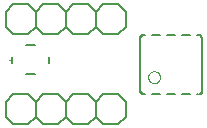
<source format=gbr>
G04 EAGLE Gerber RS-274X export*
G75*
%MOMM*%
%FSLAX34Y34*%
%LPD*%
%INSilkscreen Top*%
%IPPOS*%
%AMOC8*
5,1,8,0,0,1.08239X$1,22.5*%
G01*
%ADD10C,0.152400*%
%ADD11C,0.000000*%
%ADD12C,0.127000*%
%ADD13C,0.015238*%
%ADD14C,0.050800*%


D10*
X61100Y34650D02*
X67450Y41000D01*
X80150Y41000D01*
X86500Y34650D01*
X86500Y21950D01*
X80150Y15600D01*
X67450Y15600D01*
X61100Y21950D01*
X29350Y41000D02*
X16650Y41000D01*
X29350Y41000D02*
X35700Y34650D01*
X35700Y21950D01*
X29350Y15600D01*
X35700Y34650D02*
X42050Y41000D01*
X54750Y41000D01*
X61100Y34650D01*
X61100Y21950D01*
X54750Y15600D01*
X42050Y15600D01*
X35700Y21950D01*
X10300Y21950D02*
X10300Y34650D01*
X16650Y41000D01*
X10300Y21950D02*
X16650Y15600D01*
X29350Y15600D01*
X92850Y41000D02*
X105550Y41000D01*
X111900Y34650D01*
X111900Y21950D01*
X105550Y15600D01*
X86500Y34650D02*
X92850Y41000D01*
X86500Y21950D02*
X92850Y15600D01*
X105550Y15600D01*
X61100Y110850D02*
X67450Y117200D01*
X80150Y117200D01*
X86500Y110850D01*
X86500Y98150D01*
X80150Y91800D01*
X67450Y91800D01*
X61100Y98150D01*
X29350Y117200D02*
X16650Y117200D01*
X29350Y117200D02*
X35700Y110850D01*
X35700Y98150D01*
X29350Y91800D01*
X35700Y110850D02*
X42050Y117200D01*
X54750Y117200D01*
X61100Y110850D01*
X61100Y98150D01*
X54750Y91800D01*
X42050Y91800D01*
X35700Y98150D01*
X10300Y98150D02*
X10300Y110850D01*
X16650Y117200D01*
X10300Y98150D02*
X16650Y91800D01*
X29350Y91800D01*
X92850Y117200D02*
X105550Y117200D01*
X111900Y110850D01*
X111900Y98150D01*
X105550Y91800D01*
X86500Y110850D02*
X92850Y117200D01*
X86500Y98150D02*
X92850Y91800D01*
X105550Y91800D01*
D11*
X15200Y70100D02*
X12700Y70100D01*
D12*
X15200Y70100D02*
X15200Y72600D01*
X15200Y70100D02*
X15200Y67600D01*
X27200Y82600D02*
X35200Y82600D01*
X47200Y72600D02*
X47200Y67600D01*
X35200Y57600D02*
X27200Y57600D01*
D13*
X126425Y92085D02*
X126425Y90712D01*
X126424Y90712D02*
X126340Y90707D01*
X126256Y90698D01*
X126173Y90684D01*
X126090Y90667D01*
X126009Y90646D01*
X125928Y90622D01*
X125849Y90593D01*
X125771Y90561D01*
X125694Y90525D01*
X125620Y90486D01*
X125547Y90444D01*
X125476Y90398D01*
X125408Y90348D01*
X125342Y90296D01*
X125278Y90241D01*
X125217Y90183D01*
X125159Y90122D01*
X125104Y90058D01*
X125052Y89992D01*
X125002Y89924D01*
X124956Y89853D01*
X124914Y89780D01*
X124875Y89706D01*
X124839Y89629D01*
X124807Y89551D01*
X124778Y89472D01*
X124754Y89391D01*
X124733Y89310D01*
X124716Y89227D01*
X124702Y89144D01*
X124693Y89060D01*
X124688Y88976D01*
X123315Y88975D01*
X123315Y88976D01*
X123319Y89086D01*
X123328Y89196D01*
X123340Y89306D01*
X123356Y89415D01*
X123376Y89523D01*
X123399Y89631D01*
X123426Y89738D01*
X123457Y89844D01*
X123492Y89949D01*
X123530Y90052D01*
X123571Y90154D01*
X123616Y90255D01*
X123665Y90354D01*
X123717Y90451D01*
X123772Y90546D01*
X123831Y90640D01*
X123893Y90731D01*
X123958Y90820D01*
X124026Y90907D01*
X124097Y90992D01*
X124171Y91074D01*
X124247Y91153D01*
X124326Y91229D01*
X124408Y91303D01*
X124493Y91374D01*
X124580Y91442D01*
X124669Y91507D01*
X124760Y91569D01*
X124854Y91628D01*
X124949Y91683D01*
X125046Y91735D01*
X125145Y91784D01*
X125246Y91829D01*
X125348Y91870D01*
X125451Y91908D01*
X125556Y91943D01*
X125662Y91974D01*
X125769Y92001D01*
X125877Y92024D01*
X125985Y92044D01*
X126094Y92060D01*
X126204Y92072D01*
X126314Y92081D01*
X126424Y92085D01*
X126424Y91942D01*
X126316Y91937D01*
X126209Y91929D01*
X126102Y91917D01*
X125996Y91901D01*
X125890Y91881D01*
X125785Y91858D01*
X125681Y91831D01*
X125578Y91800D01*
X125476Y91765D01*
X125375Y91727D01*
X125276Y91686D01*
X125178Y91641D01*
X125082Y91592D01*
X124988Y91541D01*
X124895Y91485D01*
X124805Y91427D01*
X124716Y91366D01*
X124630Y91301D01*
X124547Y91233D01*
X124465Y91163D01*
X124387Y91089D01*
X124311Y91013D01*
X124237Y90935D01*
X124167Y90853D01*
X124099Y90770D01*
X124034Y90684D01*
X123973Y90595D01*
X123915Y90505D01*
X123859Y90412D01*
X123808Y90318D01*
X123759Y90222D01*
X123714Y90124D01*
X123673Y90025D01*
X123635Y89924D01*
X123600Y89822D01*
X123569Y89719D01*
X123542Y89615D01*
X123519Y89510D01*
X123499Y89404D01*
X123483Y89298D01*
X123471Y89191D01*
X123463Y89084D01*
X123458Y88976D01*
X123601Y88976D01*
X123606Y89081D01*
X123614Y89185D01*
X123626Y89289D01*
X123642Y89393D01*
X123662Y89496D01*
X123685Y89598D01*
X123712Y89699D01*
X123743Y89800D01*
X123777Y89899D01*
X123815Y89996D01*
X123857Y90093D01*
X123901Y90188D01*
X123950Y90281D01*
X124001Y90372D01*
X124056Y90461D01*
X124114Y90549D01*
X124175Y90634D01*
X124239Y90717D01*
X124307Y90797D01*
X124377Y90875D01*
X124449Y90951D01*
X124525Y91023D01*
X124603Y91093D01*
X124683Y91161D01*
X124766Y91225D01*
X124851Y91286D01*
X124939Y91344D01*
X125028Y91399D01*
X125119Y91450D01*
X125212Y91499D01*
X125307Y91543D01*
X125404Y91585D01*
X125501Y91623D01*
X125600Y91657D01*
X125701Y91688D01*
X125802Y91715D01*
X125904Y91738D01*
X126007Y91758D01*
X126111Y91774D01*
X126215Y91786D01*
X126319Y91794D01*
X126424Y91799D01*
X126424Y91656D01*
X126320Y91651D01*
X126216Y91642D01*
X126112Y91630D01*
X126009Y91613D01*
X125906Y91592D01*
X125805Y91568D01*
X125704Y91540D01*
X125605Y91508D01*
X125507Y91472D01*
X125410Y91432D01*
X125315Y91389D01*
X125221Y91343D01*
X125130Y91292D01*
X125040Y91239D01*
X124953Y91182D01*
X124867Y91121D01*
X124784Y91058D01*
X124704Y90991D01*
X124626Y90922D01*
X124551Y90849D01*
X124478Y90774D01*
X124409Y90696D01*
X124342Y90616D01*
X124279Y90533D01*
X124218Y90447D01*
X124161Y90360D01*
X124108Y90270D01*
X124057Y90179D01*
X124011Y90085D01*
X123968Y89990D01*
X123928Y89893D01*
X123892Y89795D01*
X123860Y89696D01*
X123832Y89595D01*
X123808Y89494D01*
X123787Y89391D01*
X123770Y89288D01*
X123758Y89184D01*
X123749Y89080D01*
X123744Y88976D01*
X123887Y88976D01*
X123892Y89077D01*
X123901Y89178D01*
X123914Y89279D01*
X123930Y89379D01*
X123951Y89478D01*
X123975Y89577D01*
X124003Y89674D01*
X124035Y89770D01*
X124071Y89865D01*
X124110Y89959D01*
X124153Y90050D01*
X124199Y90141D01*
X124249Y90229D01*
X124302Y90315D01*
X124359Y90399D01*
X124418Y90481D01*
X124481Y90561D01*
X124547Y90638D01*
X124616Y90712D01*
X124688Y90784D01*
X124762Y90853D01*
X124839Y90919D01*
X124919Y90982D01*
X125001Y91041D01*
X125085Y91098D01*
X125171Y91151D01*
X125259Y91201D01*
X125350Y91247D01*
X125441Y91290D01*
X125535Y91329D01*
X125630Y91365D01*
X125726Y91397D01*
X125823Y91425D01*
X125922Y91449D01*
X126021Y91470D01*
X126121Y91486D01*
X126222Y91499D01*
X126323Y91508D01*
X126424Y91513D01*
X126424Y91370D01*
X126326Y91365D01*
X126228Y91356D01*
X126131Y91343D01*
X126034Y91327D01*
X125938Y91306D01*
X125843Y91282D01*
X125749Y91254D01*
X125656Y91222D01*
X125565Y91187D01*
X125475Y91148D01*
X125386Y91106D01*
X125299Y91060D01*
X125215Y91010D01*
X125132Y90958D01*
X125051Y90902D01*
X124973Y90843D01*
X124897Y90780D01*
X124823Y90715D01*
X124753Y90647D01*
X124685Y90577D01*
X124620Y90503D01*
X124557Y90427D01*
X124498Y90349D01*
X124442Y90268D01*
X124390Y90185D01*
X124340Y90101D01*
X124294Y90014D01*
X124252Y89925D01*
X124213Y89835D01*
X124178Y89744D01*
X124146Y89651D01*
X124118Y89557D01*
X124094Y89462D01*
X124073Y89366D01*
X124057Y89269D01*
X124044Y89172D01*
X124035Y89074D01*
X124030Y88976D01*
X124173Y88976D01*
X124178Y89071D01*
X124187Y89165D01*
X124200Y89259D01*
X124216Y89352D01*
X124237Y89445D01*
X124261Y89536D01*
X124288Y89627D01*
X124320Y89716D01*
X124355Y89804D01*
X124393Y89891D01*
X124435Y89975D01*
X124481Y90059D01*
X124530Y90140D01*
X124582Y90219D01*
X124637Y90296D01*
X124695Y90370D01*
X124757Y90443D01*
X124821Y90512D01*
X124888Y90579D01*
X124957Y90643D01*
X125030Y90705D01*
X125104Y90763D01*
X125181Y90818D01*
X125260Y90870D01*
X125341Y90919D01*
X125425Y90965D01*
X125509Y91007D01*
X125596Y91045D01*
X125684Y91080D01*
X125773Y91112D01*
X125864Y91139D01*
X125955Y91163D01*
X126048Y91184D01*
X126141Y91200D01*
X126235Y91213D01*
X126329Y91222D01*
X126424Y91227D01*
X126424Y91084D01*
X126333Y91079D01*
X126242Y91070D01*
X126152Y91057D01*
X126063Y91041D01*
X125974Y91021D01*
X125886Y90997D01*
X125799Y90969D01*
X125713Y90938D01*
X125629Y90904D01*
X125546Y90866D01*
X125465Y90824D01*
X125386Y90779D01*
X125308Y90731D01*
X125233Y90680D01*
X125160Y90626D01*
X125089Y90568D01*
X125021Y90508D01*
X124955Y90445D01*
X124892Y90379D01*
X124832Y90311D01*
X124774Y90240D01*
X124720Y90167D01*
X124669Y90092D01*
X124621Y90014D01*
X124576Y89935D01*
X124534Y89854D01*
X124496Y89771D01*
X124462Y89687D01*
X124431Y89601D01*
X124403Y89514D01*
X124379Y89426D01*
X124359Y89337D01*
X124343Y89248D01*
X124330Y89158D01*
X124321Y89067D01*
X124316Y88976D01*
X124459Y88976D01*
X124465Y89066D01*
X124474Y89155D01*
X124487Y89244D01*
X124504Y89332D01*
X124525Y89420D01*
X124550Y89506D01*
X124579Y89591D01*
X124611Y89675D01*
X124647Y89757D01*
X124686Y89838D01*
X124729Y89917D01*
X124776Y89994D01*
X124826Y90069D01*
X124879Y90141D01*
X124935Y90211D01*
X124994Y90279D01*
X125056Y90344D01*
X125121Y90406D01*
X125189Y90465D01*
X125259Y90521D01*
X125331Y90574D01*
X125406Y90624D01*
X125483Y90671D01*
X125562Y90714D01*
X125643Y90753D01*
X125725Y90789D01*
X125809Y90821D01*
X125894Y90850D01*
X125980Y90875D01*
X126068Y90896D01*
X126156Y90913D01*
X126245Y90926D01*
X126334Y90935D01*
X126424Y90941D01*
X126424Y90797D01*
X126338Y90792D01*
X126253Y90783D01*
X126168Y90770D01*
X126084Y90753D01*
X126001Y90732D01*
X125919Y90708D01*
X125838Y90680D01*
X125758Y90648D01*
X125680Y90613D01*
X125603Y90574D01*
X125529Y90532D01*
X125456Y90486D01*
X125385Y90437D01*
X125317Y90386D01*
X125251Y90331D01*
X125188Y90273D01*
X125127Y90212D01*
X125069Y90149D01*
X125014Y90083D01*
X124963Y90015D01*
X124914Y89944D01*
X124868Y89871D01*
X124826Y89797D01*
X124787Y89720D01*
X124752Y89642D01*
X124720Y89562D01*
X124692Y89481D01*
X124668Y89399D01*
X124647Y89316D01*
X124630Y89232D01*
X124617Y89147D01*
X124608Y89062D01*
X124603Y88976D01*
D10*
X173500Y91400D02*
X173598Y91398D01*
X173696Y91392D01*
X173794Y91383D01*
X173891Y91369D01*
X173988Y91352D01*
X174084Y91331D01*
X174179Y91306D01*
X174273Y91278D01*
X174365Y91245D01*
X174457Y91210D01*
X174547Y91170D01*
X174635Y91128D01*
X174722Y91081D01*
X174806Y91032D01*
X174889Y90979D01*
X174969Y90923D01*
X175048Y90863D01*
X175124Y90801D01*
X175197Y90736D01*
X175268Y90668D01*
X175336Y90597D01*
X175401Y90524D01*
X175463Y90448D01*
X175523Y90369D01*
X175579Y90289D01*
X175632Y90206D01*
X175681Y90122D01*
X175728Y90035D01*
X175770Y89947D01*
X175810Y89857D01*
X175845Y89765D01*
X175878Y89673D01*
X175906Y89579D01*
X175931Y89484D01*
X175952Y89388D01*
X175969Y89291D01*
X175983Y89194D01*
X175992Y89096D01*
X175998Y88998D01*
X176000Y88900D01*
D13*
X173575Y40715D02*
X173575Y42088D01*
X173576Y42088D02*
X173660Y42093D01*
X173744Y42102D01*
X173827Y42116D01*
X173910Y42133D01*
X173991Y42154D01*
X174072Y42178D01*
X174151Y42207D01*
X174229Y42239D01*
X174306Y42275D01*
X174380Y42314D01*
X174453Y42356D01*
X174524Y42402D01*
X174592Y42452D01*
X174658Y42504D01*
X174722Y42559D01*
X174783Y42617D01*
X174841Y42678D01*
X174896Y42742D01*
X174948Y42808D01*
X174998Y42876D01*
X175044Y42947D01*
X175086Y43020D01*
X175125Y43094D01*
X175161Y43171D01*
X175193Y43249D01*
X175222Y43328D01*
X175246Y43409D01*
X175267Y43490D01*
X175284Y43573D01*
X175298Y43656D01*
X175307Y43740D01*
X175312Y43824D01*
X176685Y43825D01*
X176685Y43824D01*
X176681Y43714D01*
X176672Y43604D01*
X176660Y43494D01*
X176644Y43385D01*
X176624Y43277D01*
X176601Y43169D01*
X176574Y43062D01*
X176543Y42956D01*
X176508Y42851D01*
X176470Y42748D01*
X176429Y42646D01*
X176384Y42545D01*
X176335Y42446D01*
X176283Y42349D01*
X176228Y42254D01*
X176169Y42160D01*
X176107Y42069D01*
X176042Y41980D01*
X175974Y41893D01*
X175903Y41808D01*
X175829Y41726D01*
X175753Y41647D01*
X175674Y41571D01*
X175592Y41497D01*
X175507Y41426D01*
X175420Y41358D01*
X175331Y41293D01*
X175240Y41231D01*
X175146Y41172D01*
X175051Y41117D01*
X174954Y41065D01*
X174855Y41016D01*
X174754Y40971D01*
X174652Y40930D01*
X174549Y40892D01*
X174444Y40857D01*
X174338Y40826D01*
X174231Y40799D01*
X174123Y40776D01*
X174015Y40756D01*
X173906Y40740D01*
X173796Y40728D01*
X173686Y40719D01*
X173576Y40715D01*
X173576Y40858D01*
X173684Y40863D01*
X173791Y40871D01*
X173898Y40883D01*
X174004Y40899D01*
X174110Y40919D01*
X174215Y40942D01*
X174319Y40969D01*
X174422Y41000D01*
X174524Y41035D01*
X174625Y41073D01*
X174724Y41114D01*
X174822Y41159D01*
X174918Y41208D01*
X175012Y41259D01*
X175105Y41315D01*
X175195Y41373D01*
X175284Y41434D01*
X175370Y41499D01*
X175453Y41567D01*
X175535Y41637D01*
X175613Y41711D01*
X175689Y41787D01*
X175763Y41865D01*
X175833Y41947D01*
X175901Y42030D01*
X175966Y42116D01*
X176027Y42205D01*
X176085Y42295D01*
X176141Y42388D01*
X176192Y42482D01*
X176241Y42578D01*
X176286Y42676D01*
X176327Y42775D01*
X176365Y42876D01*
X176400Y42978D01*
X176431Y43081D01*
X176458Y43185D01*
X176481Y43290D01*
X176501Y43396D01*
X176517Y43502D01*
X176529Y43609D01*
X176537Y43716D01*
X176542Y43824D01*
X176399Y43824D01*
X176394Y43719D01*
X176386Y43615D01*
X176374Y43511D01*
X176358Y43407D01*
X176338Y43304D01*
X176315Y43202D01*
X176288Y43101D01*
X176257Y43000D01*
X176223Y42901D01*
X176185Y42804D01*
X176143Y42707D01*
X176099Y42612D01*
X176050Y42519D01*
X175999Y42428D01*
X175944Y42339D01*
X175886Y42251D01*
X175825Y42166D01*
X175761Y42083D01*
X175693Y42003D01*
X175623Y41925D01*
X175551Y41849D01*
X175475Y41777D01*
X175397Y41707D01*
X175317Y41639D01*
X175234Y41575D01*
X175149Y41514D01*
X175061Y41456D01*
X174972Y41401D01*
X174881Y41350D01*
X174788Y41301D01*
X174693Y41257D01*
X174596Y41215D01*
X174499Y41177D01*
X174400Y41143D01*
X174299Y41112D01*
X174198Y41085D01*
X174096Y41062D01*
X173993Y41042D01*
X173889Y41026D01*
X173785Y41014D01*
X173681Y41006D01*
X173576Y41001D01*
X173576Y41144D01*
X173680Y41149D01*
X173784Y41158D01*
X173888Y41170D01*
X173991Y41187D01*
X174094Y41208D01*
X174195Y41232D01*
X174296Y41260D01*
X174395Y41292D01*
X174493Y41328D01*
X174590Y41368D01*
X174685Y41411D01*
X174779Y41457D01*
X174870Y41508D01*
X174960Y41561D01*
X175047Y41618D01*
X175133Y41679D01*
X175216Y41742D01*
X175296Y41809D01*
X175374Y41878D01*
X175449Y41951D01*
X175522Y42026D01*
X175591Y42104D01*
X175658Y42184D01*
X175721Y42267D01*
X175782Y42353D01*
X175839Y42440D01*
X175892Y42530D01*
X175943Y42621D01*
X175989Y42715D01*
X176032Y42810D01*
X176072Y42907D01*
X176108Y43005D01*
X176140Y43104D01*
X176168Y43205D01*
X176192Y43306D01*
X176213Y43409D01*
X176230Y43512D01*
X176242Y43616D01*
X176251Y43720D01*
X176256Y43824D01*
X176113Y43824D01*
X176108Y43723D01*
X176099Y43622D01*
X176086Y43521D01*
X176070Y43421D01*
X176049Y43322D01*
X176025Y43223D01*
X175997Y43126D01*
X175965Y43030D01*
X175929Y42935D01*
X175890Y42841D01*
X175847Y42750D01*
X175801Y42659D01*
X175751Y42571D01*
X175698Y42485D01*
X175641Y42401D01*
X175582Y42319D01*
X175519Y42239D01*
X175453Y42162D01*
X175384Y42088D01*
X175312Y42016D01*
X175238Y41947D01*
X175161Y41881D01*
X175081Y41818D01*
X174999Y41759D01*
X174915Y41702D01*
X174829Y41649D01*
X174741Y41599D01*
X174650Y41553D01*
X174559Y41510D01*
X174465Y41471D01*
X174370Y41435D01*
X174274Y41403D01*
X174177Y41375D01*
X174078Y41351D01*
X173979Y41330D01*
X173879Y41314D01*
X173778Y41301D01*
X173677Y41292D01*
X173576Y41287D01*
X173576Y41430D01*
X173674Y41435D01*
X173772Y41444D01*
X173869Y41457D01*
X173966Y41473D01*
X174062Y41494D01*
X174157Y41518D01*
X174251Y41546D01*
X174344Y41578D01*
X174435Y41613D01*
X174525Y41652D01*
X174614Y41694D01*
X174701Y41740D01*
X174785Y41790D01*
X174868Y41842D01*
X174949Y41898D01*
X175027Y41957D01*
X175103Y42020D01*
X175177Y42085D01*
X175247Y42153D01*
X175315Y42223D01*
X175380Y42297D01*
X175443Y42373D01*
X175502Y42451D01*
X175558Y42532D01*
X175610Y42615D01*
X175660Y42699D01*
X175706Y42786D01*
X175748Y42875D01*
X175787Y42965D01*
X175822Y43056D01*
X175854Y43149D01*
X175882Y43243D01*
X175906Y43338D01*
X175927Y43434D01*
X175943Y43531D01*
X175956Y43628D01*
X175965Y43726D01*
X175970Y43824D01*
X175827Y43824D01*
X175822Y43729D01*
X175813Y43635D01*
X175800Y43541D01*
X175784Y43448D01*
X175763Y43355D01*
X175739Y43264D01*
X175712Y43173D01*
X175680Y43084D01*
X175645Y42996D01*
X175607Y42909D01*
X175565Y42825D01*
X175519Y42741D01*
X175470Y42660D01*
X175418Y42581D01*
X175363Y42504D01*
X175305Y42430D01*
X175243Y42357D01*
X175179Y42288D01*
X175112Y42221D01*
X175043Y42157D01*
X174970Y42095D01*
X174896Y42037D01*
X174819Y41982D01*
X174740Y41930D01*
X174659Y41881D01*
X174575Y41835D01*
X174491Y41793D01*
X174404Y41755D01*
X174316Y41720D01*
X174227Y41688D01*
X174136Y41661D01*
X174045Y41637D01*
X173952Y41616D01*
X173859Y41600D01*
X173765Y41587D01*
X173671Y41578D01*
X173576Y41573D01*
X173576Y41716D01*
X173667Y41721D01*
X173758Y41730D01*
X173848Y41743D01*
X173937Y41759D01*
X174026Y41779D01*
X174114Y41803D01*
X174201Y41831D01*
X174287Y41862D01*
X174371Y41896D01*
X174454Y41934D01*
X174535Y41976D01*
X174614Y42021D01*
X174692Y42069D01*
X174767Y42120D01*
X174840Y42174D01*
X174911Y42232D01*
X174979Y42292D01*
X175045Y42355D01*
X175108Y42421D01*
X175168Y42489D01*
X175226Y42560D01*
X175280Y42633D01*
X175331Y42708D01*
X175379Y42786D01*
X175424Y42865D01*
X175466Y42946D01*
X175504Y43029D01*
X175538Y43113D01*
X175569Y43199D01*
X175597Y43286D01*
X175621Y43374D01*
X175641Y43463D01*
X175657Y43552D01*
X175670Y43642D01*
X175679Y43733D01*
X175684Y43824D01*
X175541Y43824D01*
X175535Y43734D01*
X175526Y43645D01*
X175513Y43556D01*
X175496Y43468D01*
X175475Y43380D01*
X175450Y43294D01*
X175421Y43209D01*
X175389Y43125D01*
X175353Y43043D01*
X175314Y42962D01*
X175271Y42883D01*
X175224Y42806D01*
X175174Y42731D01*
X175121Y42659D01*
X175065Y42589D01*
X175006Y42521D01*
X174944Y42456D01*
X174879Y42394D01*
X174811Y42335D01*
X174741Y42279D01*
X174669Y42226D01*
X174594Y42176D01*
X174517Y42129D01*
X174438Y42086D01*
X174357Y42047D01*
X174275Y42011D01*
X174191Y41979D01*
X174106Y41950D01*
X174020Y41925D01*
X173932Y41904D01*
X173844Y41887D01*
X173755Y41874D01*
X173666Y41865D01*
X173576Y41859D01*
X173576Y42003D01*
X173662Y42008D01*
X173747Y42017D01*
X173832Y42030D01*
X173916Y42047D01*
X173999Y42068D01*
X174081Y42092D01*
X174162Y42120D01*
X174242Y42152D01*
X174320Y42187D01*
X174397Y42226D01*
X174471Y42268D01*
X174544Y42314D01*
X174615Y42363D01*
X174683Y42414D01*
X174749Y42469D01*
X174812Y42527D01*
X174873Y42588D01*
X174931Y42651D01*
X174986Y42717D01*
X175037Y42785D01*
X175086Y42856D01*
X175132Y42929D01*
X175174Y43003D01*
X175213Y43080D01*
X175248Y43158D01*
X175280Y43238D01*
X175308Y43319D01*
X175332Y43401D01*
X175353Y43484D01*
X175370Y43568D01*
X175383Y43653D01*
X175392Y43738D01*
X175397Y43824D01*
X123315Y43825D02*
X124688Y43825D01*
X124688Y43824D02*
X124693Y43740D01*
X124702Y43656D01*
X124716Y43573D01*
X124733Y43490D01*
X124754Y43409D01*
X124778Y43328D01*
X124807Y43249D01*
X124839Y43171D01*
X124875Y43094D01*
X124914Y43020D01*
X124956Y42947D01*
X125002Y42876D01*
X125052Y42808D01*
X125104Y42742D01*
X125159Y42678D01*
X125217Y42617D01*
X125278Y42559D01*
X125342Y42504D01*
X125408Y42452D01*
X125476Y42402D01*
X125547Y42356D01*
X125620Y42314D01*
X125694Y42275D01*
X125771Y42239D01*
X125849Y42207D01*
X125928Y42178D01*
X126009Y42154D01*
X126090Y42133D01*
X126173Y42116D01*
X126256Y42102D01*
X126340Y42093D01*
X126424Y42088D01*
X126425Y40715D01*
X126424Y40715D01*
X126314Y40719D01*
X126204Y40728D01*
X126094Y40740D01*
X125985Y40756D01*
X125877Y40776D01*
X125769Y40799D01*
X125662Y40826D01*
X125556Y40857D01*
X125451Y40892D01*
X125348Y40930D01*
X125246Y40971D01*
X125145Y41016D01*
X125046Y41065D01*
X124949Y41117D01*
X124854Y41172D01*
X124760Y41231D01*
X124669Y41293D01*
X124580Y41358D01*
X124493Y41426D01*
X124408Y41497D01*
X124326Y41571D01*
X124247Y41647D01*
X124171Y41726D01*
X124097Y41808D01*
X124026Y41893D01*
X123958Y41980D01*
X123893Y42069D01*
X123831Y42160D01*
X123772Y42254D01*
X123717Y42349D01*
X123665Y42446D01*
X123616Y42545D01*
X123571Y42646D01*
X123530Y42748D01*
X123492Y42851D01*
X123457Y42956D01*
X123426Y43062D01*
X123399Y43169D01*
X123376Y43277D01*
X123356Y43385D01*
X123340Y43494D01*
X123328Y43604D01*
X123319Y43714D01*
X123315Y43824D01*
X123458Y43824D01*
X123463Y43716D01*
X123471Y43609D01*
X123483Y43502D01*
X123499Y43396D01*
X123519Y43290D01*
X123542Y43185D01*
X123569Y43081D01*
X123600Y42978D01*
X123635Y42876D01*
X123673Y42775D01*
X123714Y42676D01*
X123759Y42578D01*
X123808Y42482D01*
X123859Y42388D01*
X123915Y42295D01*
X123973Y42205D01*
X124034Y42116D01*
X124099Y42030D01*
X124167Y41947D01*
X124237Y41865D01*
X124311Y41787D01*
X124387Y41711D01*
X124465Y41637D01*
X124547Y41567D01*
X124630Y41499D01*
X124716Y41434D01*
X124805Y41373D01*
X124895Y41315D01*
X124988Y41259D01*
X125082Y41208D01*
X125178Y41159D01*
X125276Y41114D01*
X125375Y41073D01*
X125476Y41035D01*
X125578Y41000D01*
X125681Y40969D01*
X125785Y40942D01*
X125890Y40919D01*
X125996Y40899D01*
X126102Y40883D01*
X126209Y40871D01*
X126316Y40863D01*
X126424Y40858D01*
X126424Y41001D01*
X126319Y41006D01*
X126215Y41014D01*
X126111Y41026D01*
X126007Y41042D01*
X125904Y41062D01*
X125802Y41085D01*
X125701Y41112D01*
X125600Y41143D01*
X125501Y41177D01*
X125404Y41215D01*
X125307Y41257D01*
X125212Y41301D01*
X125119Y41350D01*
X125028Y41401D01*
X124939Y41456D01*
X124851Y41514D01*
X124766Y41575D01*
X124683Y41639D01*
X124603Y41707D01*
X124525Y41777D01*
X124449Y41849D01*
X124377Y41925D01*
X124307Y42003D01*
X124239Y42083D01*
X124175Y42166D01*
X124114Y42251D01*
X124056Y42339D01*
X124001Y42428D01*
X123950Y42519D01*
X123901Y42612D01*
X123857Y42707D01*
X123815Y42804D01*
X123777Y42901D01*
X123743Y43000D01*
X123712Y43101D01*
X123685Y43202D01*
X123662Y43304D01*
X123642Y43407D01*
X123626Y43511D01*
X123614Y43615D01*
X123606Y43719D01*
X123601Y43824D01*
X123744Y43824D01*
X123749Y43720D01*
X123758Y43616D01*
X123770Y43512D01*
X123787Y43409D01*
X123808Y43306D01*
X123832Y43205D01*
X123860Y43104D01*
X123892Y43005D01*
X123928Y42907D01*
X123968Y42810D01*
X124011Y42715D01*
X124057Y42621D01*
X124108Y42530D01*
X124161Y42440D01*
X124218Y42353D01*
X124279Y42267D01*
X124342Y42184D01*
X124409Y42104D01*
X124478Y42026D01*
X124551Y41951D01*
X124626Y41878D01*
X124704Y41809D01*
X124784Y41742D01*
X124867Y41679D01*
X124953Y41618D01*
X125040Y41561D01*
X125130Y41508D01*
X125221Y41457D01*
X125315Y41411D01*
X125410Y41368D01*
X125507Y41328D01*
X125605Y41292D01*
X125704Y41260D01*
X125805Y41232D01*
X125906Y41208D01*
X126009Y41187D01*
X126112Y41170D01*
X126216Y41158D01*
X126320Y41149D01*
X126424Y41144D01*
X126424Y41287D01*
X126323Y41292D01*
X126222Y41301D01*
X126121Y41314D01*
X126021Y41330D01*
X125922Y41351D01*
X125823Y41375D01*
X125726Y41403D01*
X125630Y41435D01*
X125535Y41471D01*
X125441Y41510D01*
X125350Y41553D01*
X125259Y41599D01*
X125171Y41649D01*
X125085Y41702D01*
X125001Y41759D01*
X124919Y41818D01*
X124839Y41881D01*
X124762Y41947D01*
X124688Y42016D01*
X124616Y42088D01*
X124547Y42162D01*
X124481Y42239D01*
X124418Y42319D01*
X124359Y42401D01*
X124302Y42485D01*
X124249Y42571D01*
X124199Y42659D01*
X124153Y42750D01*
X124110Y42841D01*
X124071Y42935D01*
X124035Y43030D01*
X124003Y43126D01*
X123975Y43223D01*
X123951Y43322D01*
X123930Y43421D01*
X123914Y43521D01*
X123901Y43622D01*
X123892Y43723D01*
X123887Y43824D01*
X124030Y43824D01*
X124035Y43726D01*
X124044Y43628D01*
X124057Y43531D01*
X124073Y43434D01*
X124094Y43338D01*
X124118Y43243D01*
X124146Y43149D01*
X124178Y43056D01*
X124213Y42965D01*
X124252Y42875D01*
X124294Y42786D01*
X124340Y42699D01*
X124390Y42615D01*
X124442Y42532D01*
X124498Y42451D01*
X124557Y42373D01*
X124620Y42297D01*
X124685Y42223D01*
X124753Y42153D01*
X124823Y42085D01*
X124897Y42020D01*
X124973Y41957D01*
X125051Y41898D01*
X125132Y41842D01*
X125215Y41790D01*
X125299Y41740D01*
X125386Y41694D01*
X125475Y41652D01*
X125565Y41613D01*
X125656Y41578D01*
X125749Y41546D01*
X125843Y41518D01*
X125938Y41494D01*
X126034Y41473D01*
X126131Y41457D01*
X126228Y41444D01*
X126326Y41435D01*
X126424Y41430D01*
X126424Y41573D01*
X126329Y41578D01*
X126235Y41587D01*
X126141Y41600D01*
X126048Y41616D01*
X125955Y41637D01*
X125864Y41661D01*
X125773Y41688D01*
X125684Y41720D01*
X125596Y41755D01*
X125509Y41793D01*
X125425Y41835D01*
X125341Y41881D01*
X125260Y41930D01*
X125181Y41982D01*
X125104Y42037D01*
X125030Y42095D01*
X124957Y42157D01*
X124888Y42221D01*
X124821Y42288D01*
X124757Y42357D01*
X124695Y42430D01*
X124637Y42504D01*
X124582Y42581D01*
X124530Y42660D01*
X124481Y42741D01*
X124435Y42825D01*
X124393Y42909D01*
X124355Y42996D01*
X124320Y43084D01*
X124288Y43173D01*
X124261Y43264D01*
X124237Y43355D01*
X124216Y43448D01*
X124200Y43541D01*
X124187Y43635D01*
X124178Y43729D01*
X124173Y43824D01*
X124316Y43824D01*
X124321Y43733D01*
X124330Y43642D01*
X124343Y43552D01*
X124359Y43463D01*
X124379Y43374D01*
X124403Y43286D01*
X124431Y43199D01*
X124462Y43113D01*
X124496Y43029D01*
X124534Y42946D01*
X124576Y42865D01*
X124621Y42786D01*
X124669Y42708D01*
X124720Y42633D01*
X124774Y42560D01*
X124832Y42489D01*
X124892Y42421D01*
X124955Y42355D01*
X125021Y42292D01*
X125089Y42232D01*
X125160Y42174D01*
X125233Y42120D01*
X125308Y42069D01*
X125386Y42021D01*
X125465Y41976D01*
X125546Y41934D01*
X125629Y41896D01*
X125713Y41862D01*
X125799Y41831D01*
X125886Y41803D01*
X125974Y41779D01*
X126063Y41759D01*
X126152Y41743D01*
X126242Y41730D01*
X126333Y41721D01*
X126424Y41716D01*
X126424Y41859D01*
X126334Y41865D01*
X126245Y41874D01*
X126156Y41887D01*
X126068Y41904D01*
X125980Y41925D01*
X125894Y41950D01*
X125809Y41979D01*
X125725Y42011D01*
X125643Y42047D01*
X125562Y42086D01*
X125483Y42129D01*
X125406Y42176D01*
X125331Y42226D01*
X125259Y42279D01*
X125189Y42335D01*
X125121Y42394D01*
X125056Y42456D01*
X124994Y42521D01*
X124935Y42589D01*
X124879Y42659D01*
X124826Y42731D01*
X124776Y42806D01*
X124729Y42883D01*
X124686Y42962D01*
X124647Y43043D01*
X124611Y43125D01*
X124579Y43209D01*
X124550Y43294D01*
X124525Y43380D01*
X124504Y43468D01*
X124487Y43556D01*
X124474Y43645D01*
X124465Y43734D01*
X124459Y43824D01*
X124603Y43824D01*
X124608Y43738D01*
X124617Y43653D01*
X124630Y43568D01*
X124647Y43484D01*
X124668Y43401D01*
X124692Y43319D01*
X124720Y43238D01*
X124752Y43158D01*
X124787Y43080D01*
X124826Y43003D01*
X124868Y42929D01*
X124914Y42856D01*
X124963Y42785D01*
X125014Y42717D01*
X125069Y42651D01*
X125127Y42588D01*
X125188Y42527D01*
X125251Y42469D01*
X125317Y42414D01*
X125385Y42363D01*
X125456Y42314D01*
X125529Y42268D01*
X125603Y42226D01*
X125680Y42187D01*
X125758Y42152D01*
X125838Y42120D01*
X125919Y42092D01*
X126001Y42068D01*
X126084Y42047D01*
X126168Y42030D01*
X126253Y42017D01*
X126338Y42008D01*
X126424Y42003D01*
D10*
X126600Y91400D02*
X127900Y91400D01*
X134100Y91400D02*
X140500Y91400D01*
X146800Y91400D02*
X153200Y91400D01*
X159500Y91400D02*
X165900Y91400D01*
X172100Y91400D02*
X173600Y91400D01*
X173300Y41400D02*
X172000Y41400D01*
X165900Y41400D02*
X159400Y41400D01*
X153200Y41400D02*
X146700Y41400D01*
X140500Y41400D02*
X134100Y41400D01*
X127900Y41400D02*
X126600Y41400D01*
X124000Y44000D02*
X124000Y88900D01*
X176000Y88900D02*
X176000Y43900D01*
D14*
X130800Y55250D02*
X130802Y55391D01*
X130808Y55532D01*
X130818Y55672D01*
X130832Y55812D01*
X130850Y55952D01*
X130871Y56091D01*
X130897Y56230D01*
X130926Y56368D01*
X130960Y56504D01*
X130997Y56640D01*
X131038Y56775D01*
X131083Y56909D01*
X131132Y57041D01*
X131184Y57172D01*
X131240Y57301D01*
X131300Y57428D01*
X131363Y57554D01*
X131429Y57678D01*
X131500Y57801D01*
X131573Y57921D01*
X131650Y58039D01*
X131730Y58155D01*
X131814Y58268D01*
X131900Y58379D01*
X131990Y58488D01*
X132083Y58594D01*
X132178Y58697D01*
X132277Y58798D01*
X132378Y58896D01*
X132482Y58991D01*
X132589Y59083D01*
X132698Y59172D01*
X132810Y59257D01*
X132924Y59340D01*
X133040Y59420D01*
X133159Y59496D01*
X133280Y59568D01*
X133402Y59638D01*
X133527Y59703D01*
X133653Y59766D01*
X133781Y59824D01*
X133911Y59879D01*
X134042Y59931D01*
X134175Y59978D01*
X134309Y60022D01*
X134444Y60063D01*
X134580Y60099D01*
X134717Y60131D01*
X134855Y60160D01*
X134993Y60185D01*
X135133Y60205D01*
X135273Y60222D01*
X135413Y60235D01*
X135554Y60244D01*
X135694Y60249D01*
X135835Y60250D01*
X135976Y60247D01*
X136117Y60240D01*
X136257Y60229D01*
X136397Y60214D01*
X136537Y60195D01*
X136676Y60173D01*
X136814Y60146D01*
X136952Y60116D01*
X137088Y60081D01*
X137224Y60043D01*
X137358Y60001D01*
X137492Y59955D01*
X137624Y59906D01*
X137754Y59852D01*
X137883Y59795D01*
X138010Y59735D01*
X138136Y59671D01*
X138259Y59603D01*
X138381Y59532D01*
X138501Y59458D01*
X138618Y59380D01*
X138733Y59299D01*
X138846Y59215D01*
X138957Y59128D01*
X139065Y59037D01*
X139170Y58944D01*
X139273Y58847D01*
X139373Y58748D01*
X139470Y58646D01*
X139564Y58541D01*
X139655Y58434D01*
X139743Y58324D01*
X139828Y58212D01*
X139910Y58097D01*
X139989Y57980D01*
X140064Y57861D01*
X140136Y57740D01*
X140204Y57617D01*
X140269Y57492D01*
X140331Y57365D01*
X140388Y57236D01*
X140443Y57106D01*
X140493Y56975D01*
X140540Y56842D01*
X140583Y56708D01*
X140622Y56572D01*
X140657Y56436D01*
X140689Y56299D01*
X140716Y56161D01*
X140740Y56022D01*
X140760Y55882D01*
X140776Y55742D01*
X140788Y55602D01*
X140796Y55461D01*
X140800Y55320D01*
X140800Y55180D01*
X140796Y55039D01*
X140788Y54898D01*
X140776Y54758D01*
X140760Y54618D01*
X140740Y54478D01*
X140716Y54339D01*
X140689Y54201D01*
X140657Y54064D01*
X140622Y53928D01*
X140583Y53792D01*
X140540Y53658D01*
X140493Y53525D01*
X140443Y53394D01*
X140388Y53264D01*
X140331Y53135D01*
X140269Y53008D01*
X140204Y52883D01*
X140136Y52760D01*
X140064Y52639D01*
X139989Y52520D01*
X139910Y52403D01*
X139828Y52288D01*
X139743Y52176D01*
X139655Y52066D01*
X139564Y51959D01*
X139470Y51854D01*
X139373Y51752D01*
X139273Y51653D01*
X139170Y51556D01*
X139065Y51463D01*
X138957Y51372D01*
X138846Y51285D01*
X138733Y51201D01*
X138618Y51120D01*
X138501Y51042D01*
X138381Y50968D01*
X138259Y50897D01*
X138136Y50829D01*
X138010Y50765D01*
X137883Y50705D01*
X137754Y50648D01*
X137624Y50594D01*
X137492Y50545D01*
X137358Y50499D01*
X137224Y50457D01*
X137088Y50419D01*
X136952Y50384D01*
X136814Y50354D01*
X136676Y50327D01*
X136537Y50305D01*
X136397Y50286D01*
X136257Y50271D01*
X136117Y50260D01*
X135976Y50253D01*
X135835Y50250D01*
X135694Y50251D01*
X135554Y50256D01*
X135413Y50265D01*
X135273Y50278D01*
X135133Y50295D01*
X134993Y50315D01*
X134855Y50340D01*
X134717Y50369D01*
X134580Y50401D01*
X134444Y50437D01*
X134309Y50478D01*
X134175Y50522D01*
X134042Y50569D01*
X133911Y50621D01*
X133781Y50676D01*
X133653Y50734D01*
X133527Y50797D01*
X133402Y50862D01*
X133280Y50932D01*
X133159Y51004D01*
X133040Y51080D01*
X132924Y51160D01*
X132810Y51243D01*
X132698Y51328D01*
X132589Y51417D01*
X132482Y51509D01*
X132378Y51604D01*
X132277Y51702D01*
X132178Y51803D01*
X132083Y51906D01*
X131990Y52012D01*
X131900Y52121D01*
X131814Y52232D01*
X131730Y52345D01*
X131650Y52461D01*
X131573Y52579D01*
X131500Y52699D01*
X131429Y52822D01*
X131363Y52946D01*
X131300Y53072D01*
X131240Y53199D01*
X131184Y53328D01*
X131132Y53459D01*
X131083Y53591D01*
X131038Y53725D01*
X130997Y53860D01*
X130960Y53996D01*
X130926Y54132D01*
X130897Y54270D01*
X130871Y54409D01*
X130850Y54548D01*
X130832Y54688D01*
X130818Y54828D01*
X130808Y54968D01*
X130802Y55109D01*
X130800Y55250D01*
M02*

</source>
